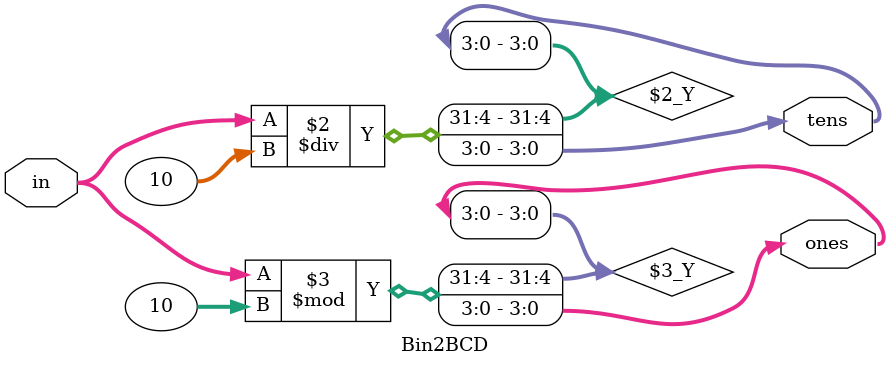
<source format=v>
`timescale 1ns / 1ps

module Bin2BCD(in, tens, ones);

input [5:0] in;
output reg [3:0] tens;
output reg [3:0] ones;

always @* begin
    tens <= in / 10;
    ones <= in % 10;
end

endmodule

</source>
